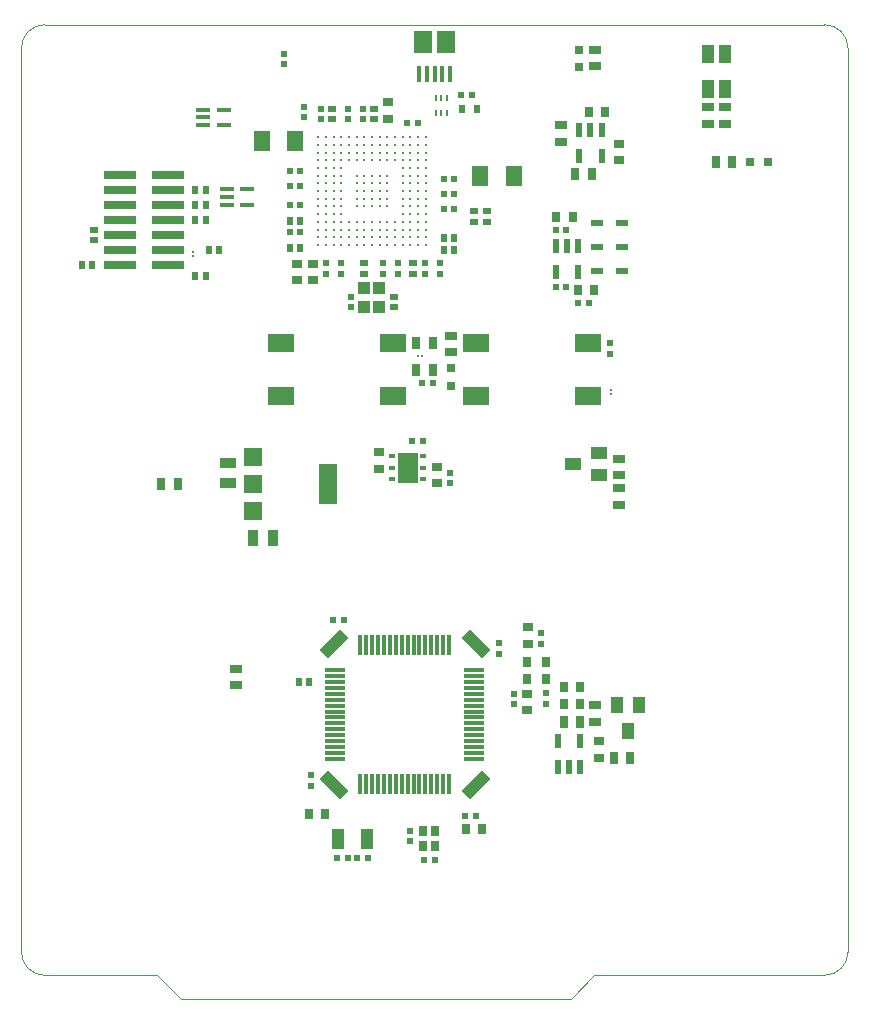
<source format=gtp>
G04*
G04 #@! TF.GenerationSoftware,Altium Limited,Altium Designer,22.10.1 (41)*
G04*
G04 Layer_Color=8421504*
%FSLAX43Y43*%
%MOMM*%
G71*
G04*
G04 #@! TF.SameCoordinates,4C0F9513-60CD-4D5F-B6EC-70163B4A845F*
G04*
G04*
G04 #@! TF.FilePolarity,Positive*
G04*
G01*
G75*
%ADD10R,1.000X0.640*%
%ADD11R,0.640X1.000*%
%ADD12C,0.100*%
%ADD13R,2.160X1.520*%
%ADD14R,0.600X1.300*%
%ADD15R,1.650X3.500*%
%ADD16R,1.650X1.500*%
%ADD17R,1.000X0.640*%
%ADD18R,0.700X0.510*%
%ADD19R,1.000X1.000*%
%ADD20R,1.000X1.400*%
%ADD21R,1.100X1.500*%
%ADD22R,0.800X0.800*%
%ADD23R,0.800X0.800*%
%ADD24R,0.800X0.950*%
%ADD25C,0.250*%
%ADD26R,0.300X1.700*%
%ADD27R,1.700X0.300*%
G04:AMPARAMS|DCode=28|XSize=1mm|YSize=2.5mm|CornerRadius=0mm|HoleSize=0mm|Usage=FLASHONLY|Rotation=135.000|XOffset=0mm|YOffset=0mm|HoleType=Round|Shape=Rectangle|*
%AMROTATEDRECTD28*
4,1,4,1.237,0.530,-0.530,-1.237,-1.237,-0.530,0.530,1.237,1.237,0.530,0.0*
%
%ADD28ROTATEDRECTD28*%

G04:AMPARAMS|DCode=29|XSize=1mm|YSize=2.5mm|CornerRadius=0mm|HoleSize=0mm|Usage=FLASHONLY|Rotation=225.000|XOffset=0mm|YOffset=0mm|HoleType=Round|Shape=Rectangle|*
%AMROTATEDRECTD29*
4,1,4,-0.530,1.237,1.237,-0.530,0.530,-1.237,-1.237,0.530,-0.530,1.237,0.0*
%
%ADD29ROTATEDRECTD29*%

%ADD30R,1.700X2.500*%
%ADD31R,0.500X0.450*%
%ADD32R,1.200X0.400*%
%ADD33R,0.250X0.600*%
%ADD34R,0.550X0.800*%
%ADD35R,0.167X0.205*%
%ADD36R,1.060X0.540*%
%ADD37R,1.000X1.800*%
%ADD38R,0.750X0.850*%
%ADD39R,1.500X1.900*%
%ADD40R,0.400X1.350*%
%ADD41R,2.790X0.740*%
%ADD42R,1.400X1.780*%
%ADD43R,1.400X0.900*%
%ADD44R,0.890X0.640*%
%ADD45R,0.510X0.560*%
%ADD46R,0.560X0.510*%
%ADD47R,0.205X0.167*%
%ADD48R,0.640X1.000*%
%ADD49R,0.640X0.890*%
%ADD50R,0.900X1.400*%
%ADD51R,0.510X0.700*%
%ADD52R,1.400X1.000*%
D10*
X48595Y23490D02*
D03*
X48595Y24890D02*
D03*
X50625Y45725D02*
D03*
X50625Y44325D02*
D03*
X50625Y41850D02*
D03*
X50625Y43250D02*
D03*
X36345Y56165D02*
D03*
X36345Y54765D02*
D03*
X18220Y27945D02*
D03*
X18220Y26545D02*
D03*
X45685Y73970D02*
D03*
X45685Y72570D02*
D03*
X59620Y75515D02*
D03*
X59620Y74115D02*
D03*
X58120Y75515D02*
D03*
X58120Y74115D02*
D03*
X48533Y80380D02*
D03*
X48533Y78980D02*
D03*
D11*
X11850Y43575D02*
D03*
X13250D02*
D03*
X34820Y55540D02*
D03*
X33420D02*
D03*
X33420Y53290D02*
D03*
X34820D02*
D03*
X50170Y20440D02*
D03*
X51570D02*
D03*
X60200Y70850D02*
D03*
X58800D02*
D03*
X45920Y23490D02*
D03*
X47320D02*
D03*
X46885Y69845D02*
D03*
X48285D02*
D03*
D12*
X0Y4000D02*
G03*
X2000Y2000I2000J0D01*
G01*
X2000Y82500D02*
G03*
X0Y80500I0J-2000D01*
G01*
X70000D02*
G03*
X68000Y82500I-2000J0D01*
G01*
X68000Y2000D02*
G03*
X70000Y4000I0J2000D01*
G01*
X11500Y2000D02*
X13500Y0D01*
X46500D01*
X48500Y2000D01*
Y2000D01*
X68000D01*
X2000Y82500D02*
X68000D01*
X2000Y2000D02*
X11500D01*
X0Y4000D02*
Y58000D01*
Y80500D01*
X70000Y4000D02*
Y58000D01*
Y80500D01*
X70000Y80500D02*
X70000Y80500D01*
D13*
X21995Y55550D02*
D03*
Y51050D02*
D03*
X31495Y55550D02*
D03*
Y51050D02*
D03*
X48005D02*
D03*
Y55550D02*
D03*
X38505Y51050D02*
D03*
Y55550D02*
D03*
D14*
X47130Y63775D02*
D03*
X46180D02*
D03*
X45230D02*
D03*
Y61575D02*
D03*
X47130D02*
D03*
X49125Y73595D02*
D03*
X48175D02*
D03*
X47225D02*
D03*
Y71395D02*
D03*
X49125D02*
D03*
X45420Y19640D02*
D03*
X46370D02*
D03*
X47320D02*
D03*
Y21840D02*
D03*
X45420D02*
D03*
D15*
X25945Y43615D02*
D03*
D16*
X19595Y41315D02*
D03*
Y43615D02*
D03*
Y45915D02*
D03*
D17*
X48595Y23490D02*
D03*
Y24890D02*
D03*
X50625Y45725D02*
D03*
Y44325D02*
D03*
Y41850D02*
D03*
Y43250D02*
D03*
X36345Y56165D02*
D03*
Y54765D02*
D03*
X18220Y27945D02*
D03*
Y26545D02*
D03*
X45685Y73970D02*
D03*
Y72570D02*
D03*
X59620Y75515D02*
D03*
Y74115D02*
D03*
X58120Y75515D02*
D03*
Y74115D02*
D03*
X48533Y80380D02*
D03*
Y78980D02*
D03*
D18*
X29050Y62325D02*
D03*
Y61425D02*
D03*
X31550Y58550D02*
D03*
Y59450D02*
D03*
X33200Y62325D02*
D03*
Y61425D02*
D03*
X38350Y65800D02*
D03*
Y66700D02*
D03*
X6150Y64250D02*
D03*
Y65150D02*
D03*
X26325Y75375D02*
D03*
Y74475D02*
D03*
X39400Y65800D02*
D03*
Y66700D02*
D03*
X29875Y74475D02*
D03*
Y75375D02*
D03*
D19*
X30300Y58550D02*
D03*
Y60200D02*
D03*
X29050D02*
D03*
Y58550D02*
D03*
D20*
X51370Y22690D02*
D03*
X50420Y24890D02*
D03*
X52320D02*
D03*
D21*
X58120Y80040D02*
D03*
X59620Y77040D02*
D03*
X58120D02*
D03*
X59620Y80040D02*
D03*
D22*
X47233Y80380D02*
D03*
X61700Y70850D02*
D03*
X63200D02*
D03*
D23*
X47233Y78880D02*
D03*
X36345Y53390D02*
D03*
Y51890D02*
D03*
D24*
X42845Y28565D02*
D03*
X44445D02*
D03*
X42845Y27065D02*
D03*
X44445D02*
D03*
D25*
X25150Y63850D02*
D03*
Y64500D02*
D03*
Y65150D02*
D03*
Y65800D02*
D03*
Y66450D02*
D03*
Y67100D02*
D03*
Y67750D02*
D03*
Y68400D02*
D03*
Y69050D02*
D03*
Y69700D02*
D03*
Y70350D02*
D03*
Y71000D02*
D03*
Y71650D02*
D03*
Y72300D02*
D03*
Y72950D02*
D03*
X25800Y63850D02*
D03*
Y64500D02*
D03*
Y65150D02*
D03*
Y65800D02*
D03*
Y66450D02*
D03*
Y67100D02*
D03*
Y67750D02*
D03*
Y68400D02*
D03*
Y69050D02*
D03*
Y69700D02*
D03*
Y70350D02*
D03*
Y71000D02*
D03*
Y71650D02*
D03*
Y72300D02*
D03*
Y72950D02*
D03*
X26450Y63850D02*
D03*
Y64500D02*
D03*
Y65150D02*
D03*
Y65800D02*
D03*
Y66450D02*
D03*
Y67100D02*
D03*
Y67750D02*
D03*
Y68400D02*
D03*
Y69050D02*
D03*
Y69700D02*
D03*
Y70350D02*
D03*
Y71000D02*
D03*
Y71650D02*
D03*
Y72300D02*
D03*
Y72950D02*
D03*
X27100Y63850D02*
D03*
Y64500D02*
D03*
Y65150D02*
D03*
Y65800D02*
D03*
Y66450D02*
D03*
Y67100D02*
D03*
Y67750D02*
D03*
Y68400D02*
D03*
Y69050D02*
D03*
Y69700D02*
D03*
Y70350D02*
D03*
Y71000D02*
D03*
Y71650D02*
D03*
Y72300D02*
D03*
Y72950D02*
D03*
X27750Y63850D02*
D03*
Y64500D02*
D03*
Y65150D02*
D03*
Y65800D02*
D03*
Y71000D02*
D03*
Y71650D02*
D03*
Y72300D02*
D03*
Y72950D02*
D03*
X28400Y63850D02*
D03*
Y64500D02*
D03*
Y65150D02*
D03*
Y65800D02*
D03*
Y67100D02*
D03*
Y67750D02*
D03*
Y68400D02*
D03*
Y69050D02*
D03*
Y69700D02*
D03*
Y71000D02*
D03*
Y71650D02*
D03*
Y72300D02*
D03*
Y72950D02*
D03*
X29050Y63850D02*
D03*
Y64500D02*
D03*
Y65150D02*
D03*
Y65800D02*
D03*
Y67100D02*
D03*
Y67750D02*
D03*
Y68400D02*
D03*
Y69050D02*
D03*
Y69700D02*
D03*
Y71000D02*
D03*
Y71650D02*
D03*
Y72300D02*
D03*
Y72950D02*
D03*
X29700Y63850D02*
D03*
Y64500D02*
D03*
Y65150D02*
D03*
Y65800D02*
D03*
Y67100D02*
D03*
Y67750D02*
D03*
Y68400D02*
D03*
Y69050D02*
D03*
Y69700D02*
D03*
Y71000D02*
D03*
Y71650D02*
D03*
Y72300D02*
D03*
Y72950D02*
D03*
X30350Y63850D02*
D03*
Y64500D02*
D03*
Y65150D02*
D03*
Y65800D02*
D03*
Y67100D02*
D03*
Y67750D02*
D03*
Y68400D02*
D03*
Y69050D02*
D03*
Y69700D02*
D03*
Y71000D02*
D03*
Y71650D02*
D03*
Y72300D02*
D03*
Y72950D02*
D03*
X31000Y63850D02*
D03*
Y64500D02*
D03*
Y65150D02*
D03*
Y65800D02*
D03*
Y67100D02*
D03*
Y67750D02*
D03*
Y68400D02*
D03*
Y69050D02*
D03*
Y69700D02*
D03*
Y71000D02*
D03*
Y71650D02*
D03*
Y72300D02*
D03*
Y72950D02*
D03*
X31650Y63850D02*
D03*
Y64500D02*
D03*
Y65150D02*
D03*
Y65800D02*
D03*
Y71000D02*
D03*
Y71650D02*
D03*
Y72300D02*
D03*
Y72950D02*
D03*
X32300Y63850D02*
D03*
Y64500D02*
D03*
Y65150D02*
D03*
Y65800D02*
D03*
Y66450D02*
D03*
Y67100D02*
D03*
Y67750D02*
D03*
Y68400D02*
D03*
Y69050D02*
D03*
Y69700D02*
D03*
Y70350D02*
D03*
Y71000D02*
D03*
Y71650D02*
D03*
Y72300D02*
D03*
Y72950D02*
D03*
X32950Y63850D02*
D03*
Y64500D02*
D03*
Y65150D02*
D03*
Y65800D02*
D03*
Y66450D02*
D03*
Y67100D02*
D03*
Y67750D02*
D03*
Y68400D02*
D03*
Y69050D02*
D03*
Y69700D02*
D03*
Y70350D02*
D03*
Y71000D02*
D03*
Y71650D02*
D03*
Y72300D02*
D03*
Y72950D02*
D03*
X33600Y63850D02*
D03*
Y64500D02*
D03*
Y65150D02*
D03*
Y65800D02*
D03*
Y66450D02*
D03*
Y67100D02*
D03*
Y67750D02*
D03*
Y68400D02*
D03*
Y69050D02*
D03*
Y69700D02*
D03*
Y70350D02*
D03*
Y71000D02*
D03*
Y71650D02*
D03*
Y72300D02*
D03*
Y72950D02*
D03*
X34250Y63850D02*
D03*
Y64500D02*
D03*
Y65150D02*
D03*
Y65800D02*
D03*
Y66450D02*
D03*
Y67100D02*
D03*
Y67750D02*
D03*
Y68400D02*
D03*
Y69050D02*
D03*
Y69700D02*
D03*
Y70350D02*
D03*
Y71000D02*
D03*
Y71650D02*
D03*
Y72300D02*
D03*
Y72950D02*
D03*
D26*
X29710Y18190D02*
D03*
X30210D02*
D03*
X30710D02*
D03*
X31210D02*
D03*
X31710D02*
D03*
X33210D02*
D03*
X34210D02*
D03*
X34710D02*
D03*
X35210D02*
D03*
X35710D02*
D03*
X36210D02*
D03*
Y29990D02*
D03*
X35710D02*
D03*
X35210D02*
D03*
X34710D02*
D03*
X34210D02*
D03*
X33710D02*
D03*
X33210D02*
D03*
X32710D02*
D03*
X32210D02*
D03*
X31710D02*
D03*
X31210D02*
D03*
X30710D02*
D03*
X30210D02*
D03*
X29710D02*
D03*
X29210D02*
D03*
X28710D02*
D03*
X32710Y18190D02*
D03*
X33710D02*
D03*
X32210D02*
D03*
X29210D02*
D03*
X28710D02*
D03*
D27*
X38360Y20340D02*
D03*
Y20840D02*
D03*
Y21340D02*
D03*
Y21840D02*
D03*
Y22340D02*
D03*
Y22840D02*
D03*
Y23340D02*
D03*
Y23840D02*
D03*
Y24340D02*
D03*
Y24840D02*
D03*
Y25340D02*
D03*
Y25840D02*
D03*
Y27340D02*
D03*
Y27840D02*
D03*
X26560Y26840D02*
D03*
Y26340D02*
D03*
Y25840D02*
D03*
Y25340D02*
D03*
Y24840D02*
D03*
Y24340D02*
D03*
Y23840D02*
D03*
Y23340D02*
D03*
Y22840D02*
D03*
Y21840D02*
D03*
Y21340D02*
D03*
Y20840D02*
D03*
Y20340D02*
D03*
Y27340D02*
D03*
X38360Y26340D02*
D03*
Y26840D02*
D03*
X26560Y22340D02*
D03*
Y27840D02*
D03*
D28*
X26460Y30090D02*
D03*
X38460Y18090D02*
D03*
D29*
X26460D02*
D03*
X38460Y30090D02*
D03*
D30*
X32720Y44990D02*
D03*
D31*
X34020Y45940D02*
D03*
Y44990D02*
D03*
Y44040D02*
D03*
X31420D02*
D03*
Y44990D02*
D03*
Y45940D02*
D03*
D32*
X15425Y75300D02*
D03*
Y74650D02*
D03*
Y74000D02*
D03*
X17125D02*
D03*
Y75300D02*
D03*
X17395Y68540D02*
D03*
Y67890D02*
D03*
Y67240D02*
D03*
X19095D02*
D03*
Y68540D02*
D03*
D33*
X35075Y76300D02*
D03*
X35575D02*
D03*
X36075D02*
D03*
Y75000D02*
D03*
X35575D02*
D03*
X35075D02*
D03*
D34*
X37350Y75350D02*
D03*
X38600D02*
D03*
D35*
X33889Y54415D02*
D03*
X33551D02*
D03*
D36*
X50870Y63675D02*
D03*
X48730D02*
D03*
X50870Y61675D02*
D03*
X48730D02*
D03*
X50870Y65675D02*
D03*
X48730D02*
D03*
D37*
X29295Y13515D02*
D03*
X26795D02*
D03*
D38*
X33970Y14265D02*
D03*
Y12915D02*
D03*
X35020D02*
D03*
Y14265D02*
D03*
D39*
X34000Y81050D02*
D03*
X36000D02*
D03*
D40*
X33700Y78350D02*
D03*
X34350D02*
D03*
X35000D02*
D03*
X35650D02*
D03*
X36300D02*
D03*
D41*
X8363Y65965D02*
D03*
Y67235D02*
D03*
Y68505D02*
D03*
Y69775D02*
D03*
X12427D02*
D03*
Y68505D02*
D03*
Y67235D02*
D03*
Y65965D02*
D03*
Y62155D02*
D03*
Y63425D02*
D03*
Y64695D02*
D03*
X8363D02*
D03*
Y63425D02*
D03*
Y62155D02*
D03*
D42*
X38875Y69650D02*
D03*
X41675D02*
D03*
X23175Y72675D02*
D03*
X20375D02*
D03*
D43*
X17470Y45365D02*
D03*
Y43665D02*
D03*
D44*
X48920Y21840D02*
D03*
Y20440D02*
D03*
X35195Y43665D02*
D03*
Y45065D02*
D03*
X24700Y62250D02*
D03*
Y60850D02*
D03*
X23350Y62250D02*
D03*
Y60850D02*
D03*
X30245Y46315D02*
D03*
Y44915D02*
D03*
X50635Y71020D02*
D03*
Y72420D02*
D03*
X42870Y30090D02*
D03*
Y31490D02*
D03*
X42845Y24440D02*
D03*
Y25840D02*
D03*
X31075Y74550D02*
D03*
Y75950D02*
D03*
D45*
X35775Y68175D02*
D03*
X36675D02*
D03*
X45230Y65075D02*
D03*
X46130D02*
D03*
X45230Y60275D02*
D03*
X46130D02*
D03*
X47130Y58925D02*
D03*
X48030D02*
D03*
X27645Y11965D02*
D03*
X26745D02*
D03*
X34820Y52140D02*
D03*
X33920D02*
D03*
X28445Y11965D02*
D03*
X29345D02*
D03*
X35020Y11790D02*
D03*
X34120D02*
D03*
X37595Y15490D02*
D03*
X38495D02*
D03*
X34020Y47240D02*
D03*
X33120D02*
D03*
X23625Y64925D02*
D03*
X22725D02*
D03*
X27295Y32090D02*
D03*
X26395D02*
D03*
X23625Y68825D02*
D03*
X22725D02*
D03*
X35775Y66925D02*
D03*
X36675D02*
D03*
X37250Y76575D02*
D03*
X38150D02*
D03*
X23625Y67225D02*
D03*
X22725D02*
D03*
X23625Y70075D02*
D03*
X22725D02*
D03*
X32650Y74150D02*
D03*
X33550D02*
D03*
X35775Y69425D02*
D03*
X36675D02*
D03*
D46*
X25350Y74475D02*
D03*
Y75375D02*
D03*
X27075Y62325D02*
D03*
Y61425D02*
D03*
X27875Y58550D02*
D03*
Y59450D02*
D03*
X23950Y75550D02*
D03*
Y74650D02*
D03*
X22250Y80050D02*
D03*
Y79150D02*
D03*
X32895Y14265D02*
D03*
Y13365D02*
D03*
X49845Y54640D02*
D03*
Y55540D02*
D03*
X40420Y29215D02*
D03*
Y30115D02*
D03*
X31875Y62325D02*
D03*
Y61425D02*
D03*
X36320Y43665D02*
D03*
Y44565D02*
D03*
X43995Y30090D02*
D03*
Y30990D02*
D03*
X27650Y74475D02*
D03*
Y75375D02*
D03*
X30625Y62325D02*
D03*
Y61425D02*
D03*
X34175Y62325D02*
D03*
Y61425D02*
D03*
X25825Y62325D02*
D03*
Y61425D02*
D03*
X44445Y25915D02*
D03*
Y25015D02*
D03*
X24495Y18965D02*
D03*
Y18065D02*
D03*
X41720Y24940D02*
D03*
Y25840D02*
D03*
X28900Y74475D02*
D03*
Y75375D02*
D03*
X35425Y62325D02*
D03*
Y61425D02*
D03*
D47*
X14545Y62946D02*
D03*
Y63284D02*
D03*
X49895Y51534D02*
D03*
Y51196D02*
D03*
D48*
X11850Y43575D02*
D03*
X13250D02*
D03*
X34820Y55540D02*
D03*
X33420D02*
D03*
Y53290D02*
D03*
X34820D02*
D03*
X50170Y20440D02*
D03*
X51570D02*
D03*
X60200Y70850D02*
D03*
X58800D02*
D03*
X45920Y23490D02*
D03*
X47320D02*
D03*
X46885Y69845D02*
D03*
X48285D02*
D03*
D49*
X45305Y66200D02*
D03*
X46705D02*
D03*
X47130Y60050D02*
D03*
X48530D02*
D03*
X25725Y15700D02*
D03*
X24325D02*
D03*
X49460Y75120D02*
D03*
X48060D02*
D03*
X37620Y14365D02*
D03*
X39020D02*
D03*
X47320Y24965D02*
D03*
X45920D02*
D03*
X47320Y26415D02*
D03*
X45920D02*
D03*
D50*
X21295Y39015D02*
D03*
X19595D02*
D03*
D51*
X14720Y65965D02*
D03*
X15620D02*
D03*
X14720Y67240D02*
D03*
X15620D02*
D03*
X14725Y61250D02*
D03*
X15625D02*
D03*
X14720Y68515D02*
D03*
X15620D02*
D03*
X36675Y64450D02*
D03*
X35775D02*
D03*
X36675Y63400D02*
D03*
X35775D02*
D03*
X15850Y63425D02*
D03*
X16750D02*
D03*
X24395Y26840D02*
D03*
X23495D02*
D03*
X6025Y62150D02*
D03*
X5125D02*
D03*
X23625Y63600D02*
D03*
X22725D02*
D03*
X23625Y65900D02*
D03*
X22725D02*
D03*
D52*
X46725Y45275D02*
D03*
X48925Y46225D02*
D03*
Y44325D02*
D03*
M02*

</source>
